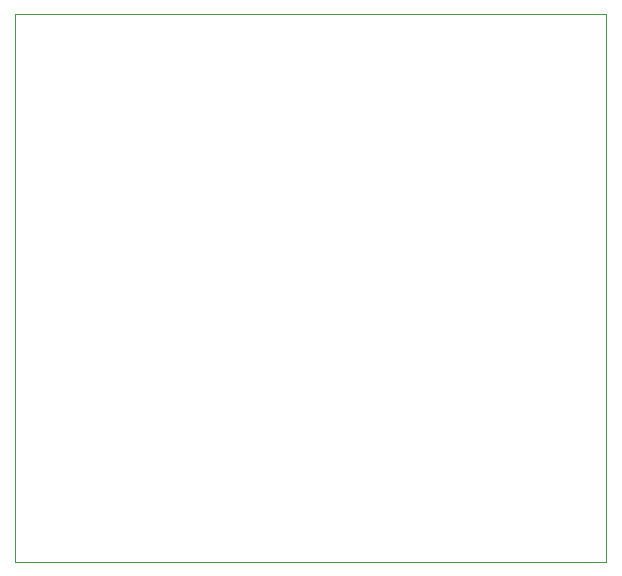
<source format=gbr>
%TF.GenerationSoftware,KiCad,Pcbnew,7.0.8*%
%TF.CreationDate,2024-02-10T10:33:56-08:00*%
%TF.ProjectId,Power Distribution 2023-2024,506f7765-7220-4446-9973-747269627574,rev?*%
%TF.SameCoordinates,Original*%
%TF.FileFunction,Profile,NP*%
%FSLAX46Y46*%
G04 Gerber Fmt 4.6, Leading zero omitted, Abs format (unit mm)*
G04 Created by KiCad (PCBNEW 7.0.8) date 2024-02-10 10:33:56*
%MOMM*%
%LPD*%
G01*
G04 APERTURE LIST*
%TA.AperFunction,Profile*%
%ADD10C,0.100000*%
%TD*%
G04 APERTURE END LIST*
D10*
X213226000Y-106577500D02*
X263264000Y-106577500D01*
X263264000Y-152932500D01*
X213226000Y-152932500D01*
X213226000Y-106577500D01*
M02*

</source>
